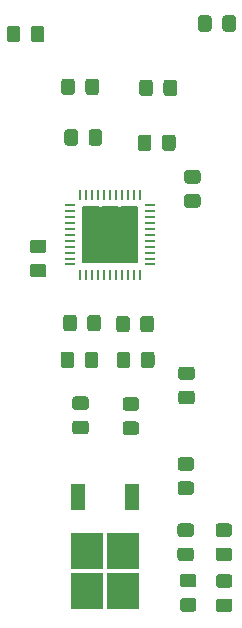
<source format=gbr>
G04 #@! TF.GenerationSoftware,KiCad,Pcbnew,(5.1.6)-1*
G04 #@! TF.CreationDate,2020-11-04T20:11:43-06:00*
G04 #@! TF.ProjectId,ControlBoardnRF_22PinSound_PowerAmp,436f6e74-726f-46c4-926f-6172646e5246,rev?*
G04 #@! TF.SameCoordinates,Original*
G04 #@! TF.FileFunction,Paste,Bot*
G04 #@! TF.FilePolarity,Positive*
%FSLAX46Y46*%
G04 Gerber Fmt 4.6, Leading zero omitted, Abs format (unit mm)*
G04 Created by KiCad (PCBNEW (5.1.6)-1) date 2020-11-04 20:11:43*
%MOMM*%
%LPD*%
G01*
G04 APERTURE LIST*
%ADD10C,0.152400*%
%ADD11R,1.200000X2.200000*%
%ADD12R,2.750000X3.050000*%
%ADD13R,0.965200X0.254000*%
%ADD14R,0.254000X0.965200*%
%ADD15R,4.851400X4.851400*%
G04 APERTURE END LIST*
D10*
X129475700Y-89574300D02*
X129475700Y-90991434D01*
X129475700Y-90991434D02*
X128058566Y-90991434D01*
X128058566Y-90991434D02*
X128058566Y-89574300D01*
X128058566Y-89574300D02*
X129475700Y-89574300D01*
X129475700Y-91191433D02*
X129475700Y-92608567D01*
X129475700Y-92608567D02*
X128058566Y-92608567D01*
X128058566Y-92608567D02*
X128058566Y-91191433D01*
X128058566Y-91191433D02*
X129475700Y-91191433D01*
X129475700Y-92808566D02*
X129475700Y-94225700D01*
X129475700Y-94225700D02*
X128058566Y-94225700D01*
X128058566Y-94225700D02*
X128058566Y-92808566D01*
X128058566Y-92808566D02*
X129475700Y-92808566D01*
X127858567Y-89574300D02*
X127858567Y-90991434D01*
X127858567Y-90991434D02*
X126441433Y-90991434D01*
X126441433Y-90991434D02*
X126441433Y-89574300D01*
X126441433Y-89574300D02*
X127858567Y-89574300D01*
X127858567Y-91191433D02*
X127858567Y-92608567D01*
X127858567Y-92608567D02*
X126441433Y-92608567D01*
X126441433Y-92608567D02*
X126441433Y-91191433D01*
X126441433Y-91191433D02*
X127858567Y-91191433D01*
X127858567Y-92808566D02*
X127858567Y-94225700D01*
X127858567Y-94225700D02*
X126441433Y-94225700D01*
X126441433Y-94225700D02*
X126441433Y-92808566D01*
X126441433Y-92808566D02*
X127858567Y-92808566D01*
X126241434Y-89574300D02*
X126241434Y-90991434D01*
X126241434Y-90991434D02*
X124824300Y-90991434D01*
X124824300Y-90991434D02*
X124824300Y-89574300D01*
X124824300Y-89574300D02*
X126241434Y-89574300D01*
X126241434Y-91191433D02*
X126241434Y-92608567D01*
X126241434Y-92608567D02*
X124824300Y-92608567D01*
X124824300Y-92608567D02*
X124824300Y-91191433D01*
X124824300Y-91191433D02*
X126241434Y-91191433D01*
X126241434Y-92808566D02*
X126241434Y-94225700D01*
X126241434Y-94225700D02*
X124824300Y-94225700D01*
X124824300Y-94225700D02*
X124824300Y-92808566D01*
X124824300Y-92808566D02*
X126241434Y-92808566D01*
G36*
G01*
X128461919Y-105641060D02*
X129361921Y-105641060D01*
G75*
G02*
X129611920Y-105891059I0J-249999D01*
G01*
X129611920Y-106541061D01*
G75*
G02*
X129361921Y-106791060I-249999J0D01*
G01*
X128461919Y-106791060D01*
G75*
G02*
X128211920Y-106541061I0J249999D01*
G01*
X128211920Y-105891059D01*
G75*
G02*
X128461919Y-105641060I249999J0D01*
G01*
G37*
G36*
G01*
X128461919Y-107691060D02*
X129361921Y-107691060D01*
G75*
G02*
X129611920Y-107941059I0J-249999D01*
G01*
X129611920Y-108591061D01*
G75*
G02*
X129361921Y-108841060I-249999J0D01*
G01*
X128461919Y-108841060D01*
G75*
G02*
X128211920Y-108591061I0J249999D01*
G01*
X128211920Y-107941059D01*
G75*
G02*
X128461919Y-107691060I249999J0D01*
G01*
G37*
G36*
G01*
X124207419Y-107630100D02*
X125107421Y-107630100D01*
G75*
G02*
X125357420Y-107880099I0J-249999D01*
G01*
X125357420Y-108530101D01*
G75*
G02*
X125107421Y-108780100I-249999J0D01*
G01*
X124207419Y-108780100D01*
G75*
G02*
X123957420Y-108530101I0J249999D01*
G01*
X123957420Y-107880099D01*
G75*
G02*
X124207419Y-107630100I249999J0D01*
G01*
G37*
G36*
G01*
X124207419Y-105580100D02*
X125107421Y-105580100D01*
G75*
G02*
X125357420Y-105830099I0J-249999D01*
G01*
X125357420Y-106480101D01*
G75*
G02*
X125107421Y-106730100I-249999J0D01*
G01*
X124207419Y-106730100D01*
G75*
G02*
X123957420Y-106480101I0J249999D01*
G01*
X123957420Y-105830099D01*
G75*
G02*
X124207419Y-105580100I249999J0D01*
G01*
G37*
G36*
G01*
X133106039Y-116329120D02*
X134006041Y-116329120D01*
G75*
G02*
X134256040Y-116579119I0J-249999D01*
G01*
X134256040Y-117229121D01*
G75*
G02*
X134006041Y-117479120I-249999J0D01*
G01*
X133106039Y-117479120D01*
G75*
G02*
X132856040Y-117229121I0J249999D01*
G01*
X132856040Y-116579119D01*
G75*
G02*
X133106039Y-116329120I249999J0D01*
G01*
G37*
G36*
G01*
X133106039Y-118379120D02*
X134006041Y-118379120D01*
G75*
G02*
X134256040Y-118629119I0J-249999D01*
G01*
X134256040Y-119279121D01*
G75*
G02*
X134006041Y-119529120I-249999J0D01*
G01*
X133106039Y-119529120D01*
G75*
G02*
X132856040Y-119279121I0J249999D01*
G01*
X132856040Y-118629119D01*
G75*
G02*
X133106039Y-118379120I249999J0D01*
G01*
G37*
G36*
G01*
X136331839Y-116329120D02*
X137231841Y-116329120D01*
G75*
G02*
X137481840Y-116579119I0J-249999D01*
G01*
X137481840Y-117229121D01*
G75*
G02*
X137231841Y-117479120I-249999J0D01*
G01*
X136331839Y-117479120D01*
G75*
G02*
X136081840Y-117229121I0J249999D01*
G01*
X136081840Y-116579119D01*
G75*
G02*
X136331839Y-116329120I249999J0D01*
G01*
G37*
G36*
G01*
X136331839Y-118379120D02*
X137231841Y-118379120D01*
G75*
G02*
X137481840Y-118629119I0J-249999D01*
G01*
X137481840Y-119279121D01*
G75*
G02*
X137231841Y-119529120I-249999J0D01*
G01*
X136331839Y-119529120D01*
G75*
G02*
X136081840Y-119279121I0J249999D01*
G01*
X136081840Y-118629119D01*
G75*
G02*
X136331839Y-118379120I249999J0D01*
G01*
G37*
G36*
G01*
X133315859Y-122646580D02*
X134215861Y-122646580D01*
G75*
G02*
X134465860Y-122896579I0J-249999D01*
G01*
X134465860Y-123546581D01*
G75*
G02*
X134215861Y-123796580I-249999J0D01*
G01*
X133315859Y-123796580D01*
G75*
G02*
X133065860Y-123546581I0J249999D01*
G01*
X133065860Y-122896579D01*
G75*
G02*
X133315859Y-122646580I249999J0D01*
G01*
G37*
G36*
G01*
X133315859Y-120596580D02*
X134215861Y-120596580D01*
G75*
G02*
X134465860Y-120846579I0J-249999D01*
G01*
X134465860Y-121496581D01*
G75*
G02*
X134215861Y-121746580I-249999J0D01*
G01*
X133315859Y-121746580D01*
G75*
G02*
X133065860Y-121496581I0J249999D01*
G01*
X133065860Y-120846579D01*
G75*
G02*
X133315859Y-120596580I249999J0D01*
G01*
G37*
G36*
G01*
X136361319Y-122687220D02*
X137261321Y-122687220D01*
G75*
G02*
X137511320Y-122937219I0J-249999D01*
G01*
X137511320Y-123587221D01*
G75*
G02*
X137261321Y-123837220I-249999J0D01*
G01*
X136361319Y-123837220D01*
G75*
G02*
X136111320Y-123587221I0J249999D01*
G01*
X136111320Y-122937219D01*
G75*
G02*
X136361319Y-122687220I249999J0D01*
G01*
G37*
G36*
G01*
X136361319Y-120637220D02*
X137261321Y-120637220D01*
G75*
G02*
X137511320Y-120887219I0J-249999D01*
G01*
X137511320Y-121537221D01*
G75*
G02*
X137261321Y-121787220I-249999J0D01*
G01*
X136361319Y-121787220D01*
G75*
G02*
X136111320Y-121537221I0J249999D01*
G01*
X136111320Y-120887219D01*
G75*
G02*
X136361319Y-120637220I249999J0D01*
G01*
G37*
G36*
G01*
X133168539Y-103042640D02*
X134068541Y-103042640D01*
G75*
G02*
X134318540Y-103292639I0J-249999D01*
G01*
X134318540Y-103942641D01*
G75*
G02*
X134068541Y-104192640I-249999J0D01*
G01*
X133168539Y-104192640D01*
G75*
G02*
X132918540Y-103942641I0J249999D01*
G01*
X132918540Y-103292639D01*
G75*
G02*
X133168539Y-103042640I249999J0D01*
G01*
G37*
G36*
G01*
X133168539Y-105092640D02*
X134068541Y-105092640D01*
G75*
G02*
X134318540Y-105342639I0J-249999D01*
G01*
X134318540Y-105992641D01*
G75*
G02*
X134068541Y-106242640I-249999J0D01*
G01*
X133168539Y-106242640D01*
G75*
G02*
X132918540Y-105992641I0J249999D01*
G01*
X132918540Y-105342639D01*
G75*
G02*
X133168539Y-105092640I249999J0D01*
G01*
G37*
G36*
G01*
X129506480Y-84551661D02*
X129506480Y-83651659D01*
G75*
G02*
X129756479Y-83401660I249999J0D01*
G01*
X130406481Y-83401660D01*
G75*
G02*
X130656480Y-83651659I0J-249999D01*
G01*
X130656480Y-84551661D01*
G75*
G02*
X130406481Y-84801660I-249999J0D01*
G01*
X129756479Y-84801660D01*
G75*
G02*
X129506480Y-84551661I0J249999D01*
G01*
G37*
G36*
G01*
X131556480Y-84551661D02*
X131556480Y-83651659D01*
G75*
G02*
X131806479Y-83401660I249999J0D01*
G01*
X132456481Y-83401660D01*
G75*
G02*
X132706480Y-83651659I0J-249999D01*
G01*
X132706480Y-84551661D01*
G75*
G02*
X132456481Y-84801660I-249999J0D01*
G01*
X131806479Y-84801660D01*
G75*
G02*
X131556480Y-84551661I0J249999D01*
G01*
G37*
G36*
G01*
X124430940Y-83204619D02*
X124430940Y-84104621D01*
G75*
G02*
X124180941Y-84354620I-249999J0D01*
G01*
X123530939Y-84354620D01*
G75*
G02*
X123280940Y-84104621I0J249999D01*
G01*
X123280940Y-83204619D01*
G75*
G02*
X123530939Y-82954620I249999J0D01*
G01*
X124180941Y-82954620D01*
G75*
G02*
X124430940Y-83204619I0J-249999D01*
G01*
G37*
G36*
G01*
X126480940Y-83204619D02*
X126480940Y-84104621D01*
G75*
G02*
X126230941Y-84354620I-249999J0D01*
G01*
X125580939Y-84354620D01*
G75*
G02*
X125330940Y-84104621I0J249999D01*
G01*
X125330940Y-83204619D01*
G75*
G02*
X125580939Y-82954620I249999J0D01*
G01*
X126230941Y-82954620D01*
G75*
G02*
X126480940Y-83204619I0J-249999D01*
G01*
G37*
G36*
G01*
X135750000Y-73549999D02*
X135750000Y-74450001D01*
G75*
G02*
X135500001Y-74700000I-249999J0D01*
G01*
X134849999Y-74700000D01*
G75*
G02*
X134600000Y-74450001I0J249999D01*
G01*
X134600000Y-73549999D01*
G75*
G02*
X134849999Y-73300000I249999J0D01*
G01*
X135500001Y-73300000D01*
G75*
G02*
X135750000Y-73549999I0J-249999D01*
G01*
G37*
G36*
G01*
X137800000Y-73549999D02*
X137800000Y-74450001D01*
G75*
G02*
X137550001Y-74700000I-249999J0D01*
G01*
X136899999Y-74700000D01*
G75*
G02*
X136650000Y-74450001I0J249999D01*
G01*
X136650000Y-73549999D01*
G75*
G02*
X136899999Y-73300000I249999J0D01*
G01*
X137550001Y-73300000D01*
G75*
G02*
X137800000Y-73549999I0J-249999D01*
G01*
G37*
G36*
G01*
X121600000Y-74446699D02*
X121600000Y-75346701D01*
G75*
G02*
X121350001Y-75596700I-249999J0D01*
G01*
X120699999Y-75596700D01*
G75*
G02*
X120450000Y-75346701I0J249999D01*
G01*
X120450000Y-74446699D01*
G75*
G02*
X120699999Y-74196700I249999J0D01*
G01*
X121350001Y-74196700D01*
G75*
G02*
X121600000Y-74446699I0J-249999D01*
G01*
G37*
G36*
G01*
X119550000Y-74446699D02*
X119550000Y-75346701D01*
G75*
G02*
X119300001Y-75596700I-249999J0D01*
G01*
X118649999Y-75596700D01*
G75*
G02*
X118400000Y-75346701I0J249999D01*
G01*
X118400000Y-74446699D01*
G75*
G02*
X118649999Y-74196700I249999J0D01*
G01*
X119300001Y-74196700D01*
G75*
G02*
X119550000Y-74446699I0J-249999D01*
G01*
G37*
G36*
G01*
X133115199Y-112773600D02*
X134015201Y-112773600D01*
G75*
G02*
X134265200Y-113023599I0J-249999D01*
G01*
X134265200Y-113673601D01*
G75*
G02*
X134015201Y-113923600I-249999J0D01*
G01*
X133115199Y-113923600D01*
G75*
G02*
X132865200Y-113673601I0J249999D01*
G01*
X132865200Y-113023599D01*
G75*
G02*
X133115199Y-112773600I249999J0D01*
G01*
G37*
G36*
G01*
X133115199Y-110723600D02*
X134015201Y-110723600D01*
G75*
G02*
X134265200Y-110973599I0J-249999D01*
G01*
X134265200Y-111623601D01*
G75*
G02*
X134015201Y-111873600I-249999J0D01*
G01*
X133115199Y-111873600D01*
G75*
G02*
X132865200Y-111623601I0J249999D01*
G01*
X132865200Y-110973599D01*
G75*
G02*
X133115199Y-110723600I249999J0D01*
G01*
G37*
G36*
G01*
X130775860Y-79005999D02*
X130775860Y-79906001D01*
G75*
G02*
X130525861Y-80156000I-249999J0D01*
G01*
X129875859Y-80156000D01*
G75*
G02*
X129625860Y-79906001I0J249999D01*
G01*
X129625860Y-79005999D01*
G75*
G02*
X129875859Y-78756000I249999J0D01*
G01*
X130525861Y-78756000D01*
G75*
G02*
X130775860Y-79005999I0J-249999D01*
G01*
G37*
G36*
G01*
X132825860Y-79005999D02*
X132825860Y-79906001D01*
G75*
G02*
X132575861Y-80156000I-249999J0D01*
G01*
X131925859Y-80156000D01*
G75*
G02*
X131675860Y-79906001I0J249999D01*
G01*
X131675860Y-79005999D01*
G75*
G02*
X131925859Y-78756000I249999J0D01*
G01*
X132575861Y-78756000D01*
G75*
G02*
X132825860Y-79005999I0J-249999D01*
G01*
G37*
G36*
G01*
X123014240Y-79814561D02*
X123014240Y-78914559D01*
G75*
G02*
X123264239Y-78664560I249999J0D01*
G01*
X123914241Y-78664560D01*
G75*
G02*
X124164240Y-78914559I0J-249999D01*
G01*
X124164240Y-79814561D01*
G75*
G02*
X123914241Y-80064560I-249999J0D01*
G01*
X123264239Y-80064560D01*
G75*
G02*
X123014240Y-79814561I0J249999D01*
G01*
G37*
G36*
G01*
X125064240Y-79814561D02*
X125064240Y-78914559D01*
G75*
G02*
X125314239Y-78664560I249999J0D01*
G01*
X125964241Y-78664560D01*
G75*
G02*
X126214240Y-78914559I0J-249999D01*
G01*
X126214240Y-79814561D01*
G75*
G02*
X125964241Y-80064560I-249999J0D01*
G01*
X125314239Y-80064560D01*
G75*
G02*
X125064240Y-79814561I0J249999D01*
G01*
G37*
G36*
G01*
X128868320Y-102031099D02*
X128868320Y-102931101D01*
G75*
G02*
X128618321Y-103181100I-249999J0D01*
G01*
X127968319Y-103181100D01*
G75*
G02*
X127718320Y-102931101I0J249999D01*
G01*
X127718320Y-102031099D01*
G75*
G02*
X127968319Y-101781100I249999J0D01*
G01*
X128618321Y-101781100D01*
G75*
G02*
X128868320Y-102031099I0J-249999D01*
G01*
G37*
G36*
G01*
X130918320Y-102031099D02*
X130918320Y-102931101D01*
G75*
G02*
X130668321Y-103181100I-249999J0D01*
G01*
X130018319Y-103181100D01*
G75*
G02*
X129768320Y-102931101I0J249999D01*
G01*
X129768320Y-102031099D01*
G75*
G02*
X130018319Y-101781100I249999J0D01*
G01*
X130668321Y-101781100D01*
G75*
G02*
X130918320Y-102031099I0J-249999D01*
G01*
G37*
G36*
G01*
X126158360Y-102031099D02*
X126158360Y-102931101D01*
G75*
G02*
X125908361Y-103181100I-249999J0D01*
G01*
X125258359Y-103181100D01*
G75*
G02*
X125008360Y-102931101I0J249999D01*
G01*
X125008360Y-102031099D01*
G75*
G02*
X125258359Y-101781100I249999J0D01*
G01*
X125908361Y-101781100D01*
G75*
G02*
X126158360Y-102031099I0J-249999D01*
G01*
G37*
G36*
G01*
X124108360Y-102031099D02*
X124108360Y-102931101D01*
G75*
G02*
X123858361Y-103181100I-249999J0D01*
G01*
X123208359Y-103181100D01*
G75*
G02*
X122958360Y-102931101I0J249999D01*
G01*
X122958360Y-102031099D01*
G75*
G02*
X123208359Y-101781100I249999J0D01*
G01*
X123858361Y-101781100D01*
G75*
G02*
X124108360Y-102031099I0J-249999D01*
G01*
G37*
G36*
G01*
X127667520Y-99898341D02*
X127667520Y-98998339D01*
G75*
G02*
X127917519Y-98748340I249999J0D01*
G01*
X128567521Y-98748340D01*
G75*
G02*
X128817520Y-98998339I0J-249999D01*
G01*
X128817520Y-99898341D01*
G75*
G02*
X128567521Y-100148340I-249999J0D01*
G01*
X127917519Y-100148340D01*
G75*
G02*
X127667520Y-99898341I0J249999D01*
G01*
G37*
G36*
G01*
X129717520Y-99898341D02*
X129717520Y-98998339D01*
G75*
G02*
X129967519Y-98748340I249999J0D01*
G01*
X130617521Y-98748340D01*
G75*
G02*
X130867520Y-98998339I0J-249999D01*
G01*
X130867520Y-99898341D01*
G75*
G02*
X130617521Y-100148340I-249999J0D01*
G01*
X129967519Y-100148340D01*
G75*
G02*
X129717520Y-99898341I0J249999D01*
G01*
G37*
G36*
G01*
X124334420Y-98909439D02*
X124334420Y-99809441D01*
G75*
G02*
X124084421Y-100059440I-249999J0D01*
G01*
X123434419Y-100059440D01*
G75*
G02*
X123184420Y-99809441I0J249999D01*
G01*
X123184420Y-98909439D01*
G75*
G02*
X123434419Y-98659440I249999J0D01*
G01*
X124084421Y-98659440D01*
G75*
G02*
X124334420Y-98909439I0J-249999D01*
G01*
G37*
G36*
G01*
X126384420Y-98909439D02*
X126384420Y-99809441D01*
G75*
G02*
X126134421Y-100059440I-249999J0D01*
G01*
X125484419Y-100059440D01*
G75*
G02*
X125234420Y-99809441I0J249999D01*
G01*
X125234420Y-98909439D01*
G75*
G02*
X125484419Y-98659440I249999J0D01*
G01*
X126134421Y-98659440D01*
G75*
G02*
X126384420Y-98909439I0J-249999D01*
G01*
G37*
G36*
G01*
X134574001Y-89599400D02*
X133673999Y-89599400D01*
G75*
G02*
X133424000Y-89349401I0J249999D01*
G01*
X133424000Y-88699399D01*
G75*
G02*
X133673999Y-88449400I249999J0D01*
G01*
X134574001Y-88449400D01*
G75*
G02*
X134824000Y-88699399I0J-249999D01*
G01*
X134824000Y-89349401D01*
G75*
G02*
X134574001Y-89599400I-249999J0D01*
G01*
G37*
G36*
G01*
X134574001Y-87549400D02*
X133673999Y-87549400D01*
G75*
G02*
X133424000Y-87299401I0J249999D01*
G01*
X133424000Y-86649399D01*
G75*
G02*
X133673999Y-86399400I249999J0D01*
G01*
X134574001Y-86399400D01*
G75*
G02*
X134824000Y-86649399I0J-249999D01*
G01*
X134824000Y-87299401D01*
G75*
G02*
X134574001Y-87549400I-249999J0D01*
G01*
G37*
G36*
G01*
X121515861Y-95495900D02*
X120615859Y-95495900D01*
G75*
G02*
X120365860Y-95245901I0J249999D01*
G01*
X120365860Y-94595899D01*
G75*
G02*
X120615859Y-94345900I249999J0D01*
G01*
X121515861Y-94345900D01*
G75*
G02*
X121765860Y-94595899I0J-249999D01*
G01*
X121765860Y-95245901D01*
G75*
G02*
X121515861Y-95495900I-249999J0D01*
G01*
G37*
G36*
G01*
X121515861Y-93445900D02*
X120615859Y-93445900D01*
G75*
G02*
X120365860Y-93195901I0J249999D01*
G01*
X120365860Y-92545899D01*
G75*
G02*
X120615859Y-92295900I249999J0D01*
G01*
X121515861Y-92295900D01*
G75*
G02*
X121765860Y-92545899I0J-249999D01*
G01*
X121765860Y-93195901D01*
G75*
G02*
X121515861Y-93445900I-249999J0D01*
G01*
G37*
D11*
X124428200Y-114051400D03*
X128988200Y-114051400D03*
D12*
X128233200Y-122026400D03*
X125183200Y-118676400D03*
X125183200Y-122026400D03*
X128233200Y-118676400D03*
D13*
X130528200Y-89400000D03*
X130528200Y-89899999D03*
X130528200Y-90400000D03*
X130528200Y-90899999D03*
X130528200Y-91400001D03*
X130528200Y-91900000D03*
X130528200Y-92399999D03*
X130528200Y-92900001D03*
X130528200Y-93400000D03*
X130528200Y-93900001D03*
X130528200Y-94400000D03*
D14*
X129650000Y-95278200D03*
X129150001Y-95278200D03*
X128650000Y-95278200D03*
X128150001Y-95278200D03*
X127649999Y-95278200D03*
X127150000Y-95278200D03*
X126650001Y-95278200D03*
X126149999Y-95278200D03*
X125650000Y-95278200D03*
X125149999Y-95278200D03*
X124650000Y-95278200D03*
D13*
X123771800Y-94400000D03*
X123771800Y-93900001D03*
X123771800Y-93400000D03*
X123771800Y-92900001D03*
X123771800Y-92399999D03*
X123771800Y-91900000D03*
X123771800Y-91400001D03*
X123771800Y-90899999D03*
X123771800Y-90400000D03*
X123771800Y-89899999D03*
X123771800Y-89400000D03*
D14*
X124650000Y-88521800D03*
X125149999Y-88521800D03*
X125650000Y-88521800D03*
X126149999Y-88521800D03*
X126650001Y-88521800D03*
X127150000Y-88521800D03*
X127649999Y-88521800D03*
X128150001Y-88521800D03*
X128650000Y-88521800D03*
X129150001Y-88521800D03*
X129650000Y-88521800D03*
D15*
X127150000Y-91900000D03*
M02*

</source>
